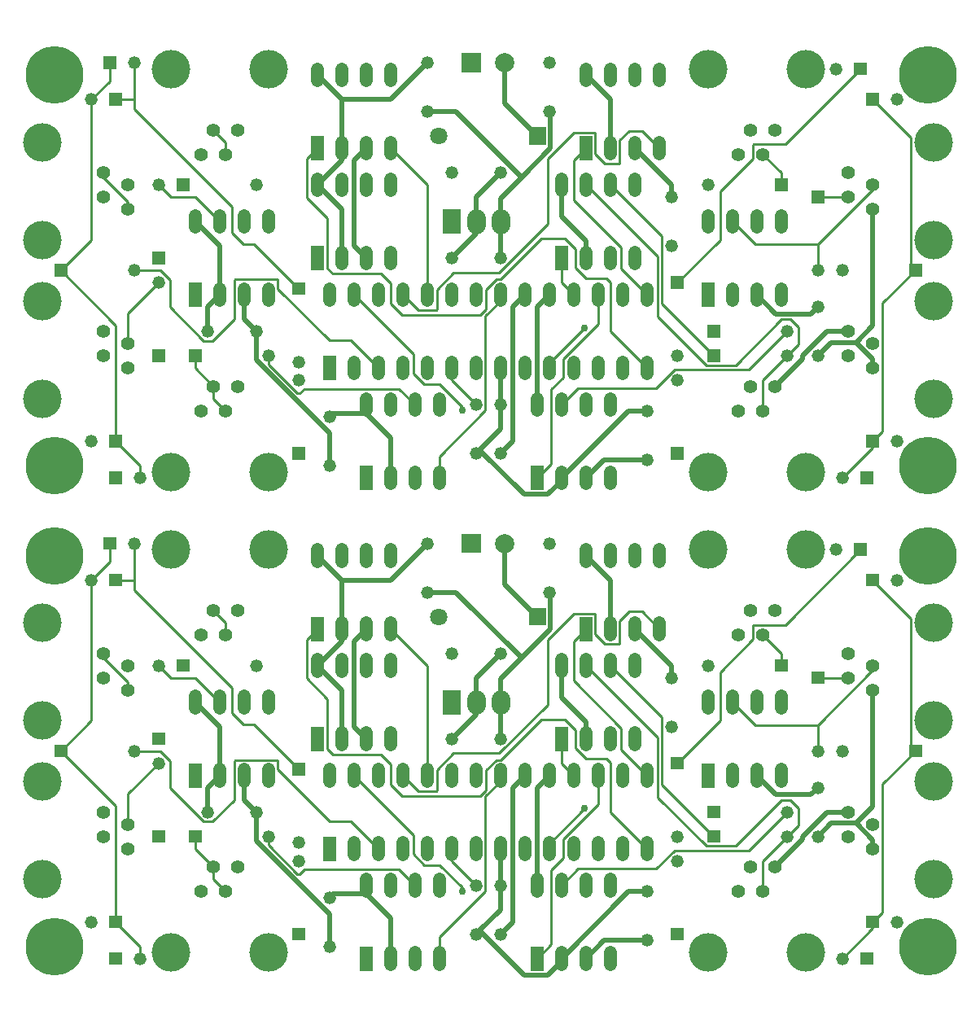
<source format=gtl>
%FSLAX24Y24*%
%MOIN*%
%ADD10C,0.0090*%
%ADD11C,0.0200*%
%ADD12C,0.0300*%
%ADD13C,0.0520*%
%ADD14C,0.0551*%
%ADD15C,0.0709*%
%ADD16C,0.0750*%
%ADD17C,0.0787*%
%ADD18C,0.1575*%
%ADD19C,0.2362*%
D10*
G01X21500Y1500D02*
X22078Y2078D01*
X22078Y5135D01*
X22561Y5618D01*
X22561Y6372D01*
X24000Y7811D01*
X24000Y9000D01*
X5000Y17000D02*
X5000Y18500D01*
X11750Y9250D02*
X9920Y11080D01*
X9460Y11080D01*
X9000Y11539D01*
X9000Y12591D01*
X5000Y16591D01*
X5000Y17000D01*
X4250Y17000D01*
X28750Y6500D02*
X26614Y8636D01*
X26614Y11386D01*
X24500Y13500D01*
X23500Y15000D02*
X23000Y14500D01*
X23000Y12874D01*
X24939Y10935D01*
X24939Y10061D01*
X26000Y9000D01*
X26500Y15000D02*
X25794Y15706D01*
X25272Y15706D01*
X24886Y15320D01*
X24886Y14400D01*
X24860Y14374D01*
X24286Y14374D01*
X23886Y14774D01*
X23886Y15600D01*
X23860Y15626D01*
X23001Y15626D01*
X21944Y14569D01*
X21944Y11895D01*
X19952Y9904D01*
X18086Y9904D01*
X17398Y9215D01*
X17398Y8391D01*
X17372Y8366D01*
X16634Y8366D01*
X16000Y9000D01*
X35250Y3000D02*
X35652Y3402D01*
X35652Y8652D01*
X37000Y10000D01*
X34000Y1500D02*
X35250Y2750D01*
X35250Y3000D01*
X35250Y17000D02*
X36815Y15435D01*
X36815Y10185D01*
X37000Y10000D01*
X23447Y7648D02*
X22000Y6201D01*
X22000Y6000D01*
X4750Y12500D02*
X4750Y12816D01*
X3750Y13816D01*
X3750Y14000D01*
X8250Y5250D02*
X7500Y6000D01*
X7500Y6500D01*
X8250Y5250D02*
X8250Y4750D01*
X8750Y4250D01*
X5000Y10000D02*
X6064Y10000D01*
X6462Y9602D01*
X6462Y8492D01*
X7840Y7114D01*
X8214Y7114D01*
X9102Y8002D01*
X9102Y9600D01*
X9128Y9626D01*
X10860Y9626D01*
X10886Y9600D01*
X10886Y9246D01*
X13000Y7131D01*
X13869Y7131D01*
X15000Y6000D01*
X6000Y9500D02*
X4750Y8250D01*
X4750Y7000D01*
X6000Y13500D02*
X6507Y12993D01*
X7507Y12993D01*
X8500Y12000D01*
X34750Y18250D02*
X31664Y15164D01*
X30374Y15164D01*
X30348Y15139D01*
X30348Y14580D01*
X29000Y13231D01*
X29000Y11250D01*
X27250Y9500D01*
X19000Y4500D02*
X18000Y5500D01*
X18000Y6000D01*
X33000Y11066D02*
X35250Y13316D01*
X35250Y13500D01*
X33000Y10000D02*
X33000Y11066D01*
X30434Y11066D01*
X29500Y12000D01*
X20000Y9000D02*
X20000Y8750D01*
X19387Y8137D01*
X19387Y4260D01*
X17500Y2374D01*
X17500Y1500D01*
X17000Y9000D02*
X17000Y13500D01*
X15500Y15000D01*
X22500Y4500D02*
X23172Y5172D01*
X26376Y5172D01*
X27134Y5930D01*
X30180Y5930D01*
X31750Y7500D01*
X31750Y6500D02*
X32203Y6953D01*
X32203Y7667D01*
X31879Y7992D01*
X31505Y7992D01*
X29624Y6111D01*
X28424Y6111D01*
X26443Y8092D01*
X26443Y10557D01*
X23500Y13500D01*
X31750Y6500D02*
X30750Y5500D01*
X30750Y4250D01*
X30750Y14750D02*
X31500Y14000D01*
X31500Y13500D01*
X22500Y10500D02*
X22500Y9500D01*
X23000Y9000D01*
X8750Y14750D02*
X8750Y15250D01*
X8250Y15750D01*
X4250Y3000D02*
X5250Y2000D01*
X5250Y1500D01*
X2000Y10000D02*
X4250Y7750D01*
X4250Y3000D01*
X3250Y17000D02*
X4000Y17750D01*
X4000Y18500D01*
X2000Y10000D02*
X3250Y11250D01*
X3250Y17000D01*
X16500Y4500D02*
X15851Y5149D01*
X11958Y5149D01*
X11775Y4966D01*
X11673Y4966D01*
X10500Y6139D01*
X10500Y6500D01*
X26000Y6000D02*
X24500Y7500D01*
X24500Y9514D01*
X24343Y9672D01*
X23521Y9672D01*
X23085Y10107D01*
X23085Y10856D01*
X22650Y11291D01*
X21680Y11291D01*
X20019Y9630D01*
X19835Y9630D01*
X19408Y9204D01*
X19408Y8400D01*
X19171Y8162D01*
X15959Y8162D01*
X15500Y8621D01*
X15500Y9462D01*
X15108Y9854D01*
X13140Y9854D01*
X12920Y10074D01*
X12920Y12128D01*
X12063Y12985D01*
X12063Y14563D01*
X12500Y15000D01*
X33000Y13000D02*
X34250Y13000D01*
X14000Y9000D02*
X16439Y6561D01*
X16439Y5775D01*
X16879Y5335D01*
X17505Y5335D01*
X18424Y4417D01*
X18424Y4263D01*
X21500Y21185D02*
X22078Y21763D01*
X22078Y24820D01*
X22561Y25303D01*
X22561Y26057D01*
X24000Y27496D01*
X24000Y28685D01*
X5000Y36685D02*
X5000Y38185D01*
X11750Y28935D02*
X9920Y30765D01*
X9460Y30765D01*
X9000Y31224D01*
X9000Y32276D01*
X5000Y36276D01*
X5000Y36685D01*
X4250Y36685D01*
X28750Y26185D02*
X26614Y28321D01*
X26614Y31071D01*
X24500Y33185D01*
X23500Y34685D02*
X23000Y34185D01*
X23000Y32559D01*
X24939Y30620D01*
X24939Y29746D01*
X26000Y28685D01*
X26500Y34685D02*
X25794Y35391D01*
X25272Y35391D01*
X24886Y35005D01*
X24886Y34085D01*
X24860Y34059D01*
X24286Y34059D01*
X23886Y34459D01*
X23886Y35285D01*
X23860Y35311D01*
X23001Y35311D01*
X21944Y34254D01*
X21944Y31580D01*
X19952Y29589D01*
X18086Y29589D01*
X17398Y28900D01*
X17398Y28076D01*
X17372Y28051D01*
X16634Y28051D01*
X16000Y28685D01*
X35250Y22685D02*
X35652Y23087D01*
X35652Y28337D01*
X37000Y29685D01*
X34000Y21185D02*
X35250Y22435D01*
X35250Y22685D01*
X35250Y36685D02*
X36815Y35120D01*
X36815Y29870D01*
X37000Y29685D01*
X23447Y27333D02*
X22000Y25886D01*
X22000Y25685D01*
X4750Y32185D02*
X4750Y32501D01*
X3750Y33501D01*
X3750Y33685D01*
X8250Y24935D02*
X7500Y25685D01*
X7500Y26185D01*
X8250Y24935D02*
X8250Y24435D01*
X8750Y23935D01*
X5000Y29685D02*
X6064Y29685D01*
X6462Y29287D01*
X6462Y28177D01*
X7840Y26799D01*
X8214Y26799D01*
X9102Y27687D01*
X9102Y29285D01*
X9128Y29311D01*
X10860Y29311D01*
X10886Y29285D01*
X10886Y28931D01*
X13000Y26817D01*
X13869Y26817D01*
X15000Y25685D01*
X6000Y29185D02*
X4750Y27935D01*
X4750Y26685D01*
X6000Y33185D02*
X6507Y32678D01*
X7507Y32678D01*
X8500Y31685D01*
X34750Y37935D02*
X31664Y34849D01*
X30374Y34849D01*
X30348Y34824D01*
X30348Y34265D01*
X29000Y32917D01*
X29000Y30935D01*
X27250Y29185D01*
X19000Y24185D02*
X18000Y25185D01*
X18000Y25685D01*
X33000Y30751D02*
X35250Y33001D01*
X35250Y33185D01*
X33000Y29685D02*
X33000Y30751D01*
X30434Y30751D01*
X29500Y31685D01*
X20000Y28685D02*
X20000Y28435D01*
X19387Y27822D01*
X19387Y23945D01*
X17500Y22059D01*
X17500Y21185D01*
X17000Y28685D02*
X17000Y33185D01*
X15500Y34685D01*
X22500Y24185D02*
X23172Y24857D01*
X26376Y24857D01*
X27134Y25615D01*
X30180Y25615D01*
X31750Y27185D01*
X31750Y26185D02*
X32203Y26638D01*
X32203Y27352D01*
X31879Y27677D01*
X31505Y27677D01*
X29624Y25796D01*
X28424Y25796D01*
X26443Y27777D01*
X26443Y30242D01*
X23500Y33185D01*
X31750Y26185D02*
X30750Y25185D01*
X30750Y23935D01*
X30750Y34435D02*
X31500Y33685D01*
X31500Y33185D01*
X22500Y30185D02*
X22500Y29185D01*
X23000Y28685D01*
X8750Y34435D02*
X8750Y34935D01*
X8250Y35435D01*
X4250Y22685D02*
X5250Y21685D01*
X5250Y21185D01*
X2000Y29685D02*
X4250Y27435D01*
X4250Y22685D01*
X3250Y36685D02*
X4000Y37435D01*
X4000Y38185D01*
X2000Y29685D02*
X3250Y30935D01*
X3250Y36685D01*
X16500Y24185D02*
X15851Y24834D01*
X11958Y24834D01*
X11775Y24651D01*
X11673Y24651D01*
X10500Y25824D01*
X10500Y26185D01*
X26000Y25685D02*
X24500Y27185D01*
X24500Y29199D01*
X24343Y29357D01*
X23521Y29357D01*
X23085Y29793D01*
X23085Y30541D01*
X22650Y30976D01*
X21680Y30976D01*
X20019Y29315D01*
X19835Y29315D01*
X19408Y28889D01*
X19408Y28085D01*
X19171Y27847D01*
X15959Y27847D01*
X15500Y28306D01*
X15500Y29147D01*
X15108Y29539D01*
X13140Y29539D01*
X12920Y29759D01*
X12920Y31813D01*
X12063Y32670D01*
X12063Y34248D01*
X12500Y34685D01*
X33000Y32685D02*
X34250Y32685D01*
X14000Y28685D02*
X16439Y26246D01*
X16439Y25460D01*
X16879Y25020D01*
X17505Y25020D01*
X18424Y24102D01*
X18424Y23948D01*
D11*
G01X20189Y18500D02*
X20189Y16824D01*
X21512Y15500D01*
X34250Y7500D02*
X33372Y7500D01*
X32375Y6503D01*
X32375Y6375D01*
X31250Y5250D01*
X19144Y2644D02*
X20969Y819D01*
X21941Y819D01*
X22500Y1378D01*
X22500Y1500D01*
X19144Y2644D02*
X20000Y3500D01*
X20000Y4500D01*
X19000Y2500D02*
X19144Y2644D01*
X23500Y10500D02*
X23500Y11199D01*
X22500Y12199D01*
X22500Y13500D01*
X12500Y13500D02*
X13500Y12500D01*
X13500Y10500D01*
X13500Y15000D02*
X13500Y14500D01*
X12500Y13500D01*
X33000Y6500D02*
X33543Y7043D01*
X34561Y7043D01*
X24500Y15000D02*
X24500Y17000D01*
X23500Y18000D01*
X19000Y12000D02*
X19000Y11500D01*
X18000Y10500D01*
X20000Y14000D02*
X19000Y13000D01*
X19000Y12000D01*
X34561Y7043D02*
X35250Y6354D01*
X35250Y6000D01*
X35250Y12500D02*
X35250Y7733D01*
X34561Y7043D01*
X13500Y17000D02*
X13500Y15000D01*
X12500Y18000D02*
X13500Y17000D01*
X17000Y18500D02*
X15500Y17000D01*
X13500Y17000D01*
X14500Y4150D02*
X13150Y4150D01*
X13000Y4000D01*
X15500Y1500D02*
X15500Y3150D01*
X14500Y4150D01*
X14500Y4500D01*
X22500Y1500D02*
X25250Y4250D01*
X26000Y4250D01*
X21500Y4500D02*
X21500Y8500D01*
X22000Y9000D01*
X8500Y9000D02*
X8000Y8500D01*
X8000Y7500D01*
X7500Y12000D02*
X8500Y11000D01*
X8500Y9000D01*
X20000Y6000D02*
X20000Y4500D01*
X20866Y13810D02*
X22048Y14993D01*
X22048Y16452D01*
X22000Y16500D01*
X20000Y12000D02*
X20000Y12944D01*
X20866Y13810D01*
X18176Y16500D01*
X17000Y16500D01*
X20000Y10500D02*
X20000Y12000D01*
X21000Y9000D02*
X20500Y8500D01*
X20500Y3000D01*
X20000Y2500D01*
X13000Y2000D02*
X13000Y3319D01*
X10000Y6319D01*
X10000Y7500D01*
X30500Y9000D02*
X31282Y8218D01*
X32718Y8218D01*
X33000Y8500D01*
X23500Y1500D02*
X24250Y2250D01*
X26000Y2250D01*
X25500Y15000D02*
X27000Y13500D01*
X27000Y13000D01*
X9500Y9000D02*
X9500Y8000D01*
X10000Y7500D01*
X14500Y10500D02*
X14000Y11000D01*
X14000Y14500D01*
X14500Y15000D01*
X20189Y38185D02*
X20189Y36509D01*
X21512Y35185D01*
X34250Y27185D02*
X33372Y27185D01*
X32375Y26188D01*
X32375Y26060D01*
X31250Y24935D01*
X19144Y22329D02*
X20969Y20504D01*
X21941Y20504D01*
X22500Y21063D01*
X22500Y21185D01*
X19144Y22329D02*
X20000Y23185D01*
X20000Y24185D01*
X19000Y22185D02*
X19144Y22329D01*
X23500Y30185D02*
X23500Y30884D01*
X22500Y31884D01*
X22500Y33185D01*
X12500Y33185D02*
X13500Y32185D01*
X13500Y30185D01*
X13500Y34685D02*
X13500Y34185D01*
X12500Y33185D01*
X33000Y26185D02*
X33543Y26728D01*
X34561Y26728D01*
X24500Y34685D02*
X24500Y36685D01*
X23500Y37685D01*
X19000Y31685D02*
X19000Y31185D01*
X18000Y30185D01*
X20000Y33685D02*
X19000Y32685D01*
X19000Y31685D01*
X34561Y26728D02*
X35250Y26039D01*
X35250Y25685D01*
X35250Y32185D02*
X35250Y27418D01*
X34561Y26728D01*
X13500Y36685D02*
X13500Y34685D01*
X12500Y37685D02*
X13500Y36685D01*
X17000Y38185D02*
X15500Y36685D01*
X13500Y36685D01*
X14500Y23835D02*
X13150Y23835D01*
X13000Y23685D01*
X15500Y21185D02*
X15500Y22835D01*
X14500Y23835D01*
X14500Y24185D01*
X22500Y21185D02*
X25250Y23935D01*
X26000Y23935D01*
X21500Y24185D02*
X21500Y28185D01*
X22000Y28685D01*
X8500Y28685D02*
X8000Y28185D01*
X8000Y27185D01*
X7500Y31685D02*
X8500Y30685D01*
X8500Y28685D01*
X20000Y25685D02*
X20000Y24185D01*
X20866Y33495D02*
X22048Y34678D01*
X22048Y36137D01*
X22000Y36185D01*
X20000Y31685D02*
X20000Y32630D01*
X20866Y33495D01*
X18176Y36185D01*
X17000Y36185D01*
X20000Y30185D02*
X20000Y31685D01*
X21000Y28685D02*
X20500Y28185D01*
X20500Y22685D01*
X20000Y22185D01*
X13000Y21685D02*
X13000Y23004D01*
X10000Y26004D01*
X10000Y27185D01*
X30500Y28685D02*
X31282Y27903D01*
X32718Y27903D01*
X33000Y28185D01*
X23500Y21185D02*
X24250Y21935D01*
X26000Y21935D01*
X25500Y34685D02*
X27000Y33185D01*
X27000Y32685D01*
X9500Y28685D02*
X9500Y27685D01*
X10000Y27185D01*
X14500Y30185D02*
X14000Y30685D01*
X14000Y34185D01*
X14500Y34685D01*
D12*
G01X23447Y7648D03*
X18424Y4263D03*
X23447Y27333D03*
X18424Y23948D03*
D13*
G01X17000Y18500D03*
X17000Y16500D03*
X8000Y7500D03*
X10000Y7500D03*
X10500Y6500D03*
X33000Y6500D03*
X33000Y8500D03*
X28500Y13500D03*
X22000Y18500D03*
X22000Y16500D03*
X20000Y14000D03*
X18000Y14000D03*
X20000Y4500D03*
X20000Y2500D03*
X13000Y4000D03*
X13000Y2000D03*
X27000Y11000D03*
X27000Y13000D03*
X26000Y4250D03*
X26000Y2250D03*
X25500Y18240D02*
X25500Y17760D01*
X26500Y18240D02*
X26500Y17760D01*
X23500Y18240D02*
X23500Y17760D01*
X24500Y15240D02*
X24500Y14760D01*
X25500Y15240D02*
X25500Y14760D01*
X26500Y15240D02*
X26500Y14760D01*
X24500Y18240D02*
X24500Y17760D01*
X30500Y12240D02*
X30500Y11760D01*
X31500Y12240D02*
X31500Y11760D01*
X28500Y12240D02*
X28500Y11760D01*
X29500Y9240D02*
X29500Y8760D01*
X30500Y9240D02*
X30500Y8760D01*
X31500Y9240D02*
X31500Y8760D01*
X29500Y12240D02*
X29500Y11760D01*
X33000Y10000D03*
X31750Y7500D03*
X31750Y6500D03*
X23500Y4740D02*
X23500Y4260D01*
X24500Y4740D02*
X24500Y4260D01*
X21500Y4740D02*
X21500Y4260D01*
X22500Y1740D02*
X22500Y1260D01*
X23500Y1740D02*
X23500Y1260D01*
X24500Y1740D02*
X24500Y1260D01*
X22500Y4740D02*
X22500Y4260D01*
X24500Y13740D02*
X24500Y13260D01*
X25500Y13740D02*
X25500Y13260D01*
X22500Y13740D02*
X22500Y13260D01*
X23500Y10740D02*
X23500Y10260D01*
X24500Y10740D02*
X24500Y10260D01*
X25500Y10740D02*
X25500Y10260D01*
X23500Y13740D02*
X23500Y13260D01*
X10000Y13500D03*
X6000Y13500D03*
X6000Y9500D03*
X9500Y12240D02*
X9500Y11760D01*
X10500Y12240D02*
X10500Y11760D01*
X7500Y12240D02*
X7500Y11760D01*
X8500Y9240D02*
X8500Y8760D01*
X9500Y9240D02*
X9500Y8760D01*
X10500Y9240D02*
X10500Y8760D01*
X8500Y12240D02*
X8500Y11760D01*
X14500Y18240D02*
X14500Y17760D01*
X15500Y18240D02*
X15500Y17760D01*
X12500Y18240D02*
X12500Y17760D01*
X13500Y15240D02*
X13500Y14760D01*
X14500Y15240D02*
X14500Y14760D01*
X15500Y15240D02*
X15500Y14760D01*
X13500Y18240D02*
X13500Y17760D01*
X14500Y13740D02*
X14500Y13260D01*
X15500Y13740D02*
X15500Y13260D01*
X12500Y13740D02*
X12500Y13260D01*
X13500Y10740D02*
X13500Y10260D01*
X14500Y10740D02*
X14500Y10260D01*
X15500Y10740D02*
X15500Y10260D01*
X13500Y13740D02*
X13500Y13260D01*
X16500Y4740D02*
X16500Y4260D01*
X17500Y4740D02*
X17500Y4260D01*
X14500Y4740D02*
X14500Y4260D01*
X15500Y1740D02*
X15500Y1260D01*
X16500Y1740D02*
X16500Y1260D01*
X17500Y1740D02*
X17500Y1260D01*
X15500Y4740D02*
X15500Y4260D01*
X18000Y10500D03*
X20000Y10500D03*
X19000Y9240D02*
X19000Y8760D01*
X22000Y9240D02*
X22000Y8760D01*
X16000Y9240D02*
X16000Y8760D01*
X24000Y9240D02*
X24000Y8760D01*
X13000Y9240D02*
X13000Y8760D01*
X20000Y6240D02*
X20000Y5760D01*
X23000Y9240D02*
X23000Y8760D01*
X26000Y6240D02*
X26000Y5760D01*
X24000Y6240D02*
X24000Y5760D01*
X14000Y6240D02*
X14000Y5760D01*
X23000Y6240D02*
X23000Y5760D01*
X21000Y6240D02*
X21000Y5760D01*
X18000Y9240D02*
X18000Y8760D01*
X17000Y6240D02*
X17000Y5760D01*
X17000Y9240D02*
X17000Y8760D01*
X25000Y9240D02*
X25000Y8760D01*
X25000Y6240D02*
X25000Y5760D01*
X22000Y6240D02*
X22000Y5760D01*
X16000Y6240D02*
X16000Y5760D01*
X20000Y9240D02*
X20000Y8760D01*
X26000Y9240D02*
X26000Y8760D01*
X15000Y9240D02*
X15000Y8760D01*
X15000Y6240D02*
X15000Y5760D01*
X14000Y9240D02*
X14000Y8760D01*
X19000Y6240D02*
X19000Y5760D01*
X21000Y9240D02*
X21000Y8760D01*
X18000Y6240D02*
X18000Y5760D01*
X19000Y4500D03*
X19000Y2500D03*
X5000Y18500D03*
X3250Y17000D03*
X3250Y3000D03*
X5250Y1500D03*
X11750Y5500D03*
X5000Y10000D03*
X11750Y6250D03*
X33750Y18250D03*
X36250Y17000D03*
X36250Y3000D03*
X34000Y1500D03*
X34000Y10000D03*
X27250Y5500D03*
X27250Y6500D03*
X17000Y38185D03*
X17000Y36185D03*
X8000Y27185D03*
X10000Y27185D03*
X10500Y26185D03*
X33000Y26185D03*
X33000Y28185D03*
X28500Y33185D03*
X22000Y38185D03*
X22000Y36185D03*
X20000Y33685D03*
X18000Y33685D03*
X20000Y24185D03*
X20000Y22185D03*
X13000Y23685D03*
X13000Y21685D03*
X27000Y30685D03*
X27000Y32685D03*
X26000Y23935D03*
X26000Y21935D03*
X25500Y37925D02*
X25500Y37445D01*
X26500Y37925D02*
X26500Y37445D01*
X23500Y37925D02*
X23500Y37445D01*
X24500Y34925D02*
X24500Y34445D01*
X25500Y34925D02*
X25500Y34445D01*
X26500Y34925D02*
X26500Y34445D01*
X24500Y37925D02*
X24500Y37445D01*
X30500Y31925D02*
X30500Y31445D01*
X31500Y31925D02*
X31500Y31445D01*
X28500Y31925D02*
X28500Y31445D01*
X29500Y28925D02*
X29500Y28445D01*
X30500Y28925D02*
X30500Y28445D01*
X31500Y28925D02*
X31500Y28445D01*
X29500Y31925D02*
X29500Y31445D01*
X33000Y29685D03*
X31750Y27185D03*
X31750Y26185D03*
X23500Y24425D02*
X23500Y23945D01*
X24500Y24425D02*
X24500Y23945D01*
X21500Y24425D02*
X21500Y23945D01*
X22500Y21425D02*
X22500Y20945D01*
X23500Y21425D02*
X23500Y20945D01*
X24500Y21425D02*
X24500Y20945D01*
X22500Y24425D02*
X22500Y23945D01*
X24500Y33425D02*
X24500Y32945D01*
X25500Y33425D02*
X25500Y32945D01*
X22500Y33425D02*
X22500Y32945D01*
X23500Y30425D02*
X23500Y29945D01*
X24500Y30425D02*
X24500Y29945D01*
X25500Y30425D02*
X25500Y29945D01*
X23500Y33425D02*
X23500Y32945D01*
X10000Y33185D03*
X6000Y33185D03*
X6000Y29185D03*
X9500Y31925D02*
X9500Y31445D01*
X10500Y31925D02*
X10500Y31445D01*
X7500Y31925D02*
X7500Y31445D01*
X8500Y28925D02*
X8500Y28445D01*
X9500Y28925D02*
X9500Y28445D01*
X10500Y28925D02*
X10500Y28445D01*
X8500Y31925D02*
X8500Y31445D01*
X14500Y37925D02*
X14500Y37445D01*
X15500Y37925D02*
X15500Y37445D01*
X12500Y37925D02*
X12500Y37445D01*
X13500Y34925D02*
X13500Y34445D01*
X14500Y34925D02*
X14500Y34445D01*
X15500Y34925D02*
X15500Y34445D01*
X13500Y37925D02*
X13500Y37445D01*
X14500Y33425D02*
X14500Y32945D01*
X15500Y33425D02*
X15500Y32945D01*
X12500Y33425D02*
X12500Y32945D01*
X13500Y30425D02*
X13500Y29945D01*
X14500Y30425D02*
X14500Y29945D01*
X15500Y30425D02*
X15500Y29945D01*
X13500Y33425D02*
X13500Y32945D01*
X16500Y24425D02*
X16500Y23945D01*
X17500Y24425D02*
X17500Y23945D01*
X14500Y24425D02*
X14500Y23945D01*
X15500Y21425D02*
X15500Y20945D01*
X16500Y21425D02*
X16500Y20945D01*
X17500Y21425D02*
X17500Y20945D01*
X15500Y24425D02*
X15500Y23945D01*
X18000Y30185D03*
X20000Y30185D03*
X19000Y28925D02*
X19000Y28445D01*
X22000Y28925D02*
X22000Y28445D01*
X16000Y28925D02*
X16000Y28445D01*
X24000Y28925D02*
X24000Y28445D01*
X13000Y28925D02*
X13000Y28445D01*
X20000Y25925D02*
X20000Y25445D01*
X23000Y28925D02*
X23000Y28445D01*
X26000Y25925D02*
X26000Y25445D01*
X24000Y25925D02*
X24000Y25445D01*
X14000Y25925D02*
X14000Y25445D01*
X23000Y25925D02*
X23000Y25445D01*
X21000Y25925D02*
X21000Y25445D01*
X18000Y28925D02*
X18000Y28445D01*
X17000Y25925D02*
X17000Y25445D01*
X17000Y28925D02*
X17000Y28445D01*
X25000Y28925D02*
X25000Y28445D01*
X25000Y25925D02*
X25000Y25445D01*
X22000Y25925D02*
X22000Y25445D01*
X16000Y25925D02*
X16000Y25445D01*
X20000Y28925D02*
X20000Y28445D01*
X26000Y28925D02*
X26000Y28445D01*
X15000Y28925D02*
X15000Y28445D01*
X15000Y25925D02*
X15000Y25445D01*
X14000Y28925D02*
X14000Y28445D01*
X19000Y25925D02*
X19000Y25445D01*
X21000Y28925D02*
X21000Y28445D01*
X18000Y25925D02*
X18000Y25445D01*
X19000Y24185D03*
X19000Y22185D03*
X5000Y38185D03*
X3250Y36685D03*
X3250Y22685D03*
X5250Y21185D03*
X11750Y25185D03*
X5000Y29685D03*
X11750Y25935D03*
X33750Y37935D03*
X36250Y36685D03*
X36250Y22685D03*
X34000Y21185D03*
X34000Y29685D03*
X27250Y25185D03*
X27250Y26185D03*
D14*
G01X8250Y5250D03*
X7750Y4250D03*
X9250Y5250D03*
X8750Y4250D03*
X30750Y14750D03*
X31250Y15750D03*
X29750Y14750D03*
X30250Y15750D03*
X34250Y13000D03*
X35250Y12500D03*
X34250Y14000D03*
X35250Y13500D03*
X34250Y6500D03*
X35250Y6000D03*
X34250Y7500D03*
X35250Y7000D03*
X30250Y5250D03*
X29750Y4250D03*
X31250Y5250D03*
X30750Y4250D03*
X4750Y7000D03*
X3750Y7500D03*
X4750Y6000D03*
X3750Y6500D03*
X4750Y13500D03*
X3750Y14000D03*
X4750Y12500D03*
X3750Y13000D03*
X8750Y14750D03*
X9250Y15750D03*
X7750Y14750D03*
X8250Y15750D03*
X8250Y24935D03*
X7750Y23935D03*
X9250Y24935D03*
X8750Y23935D03*
X30750Y34435D03*
X31250Y35435D03*
X29750Y34435D03*
X30250Y35435D03*
X34250Y32685D03*
X35250Y32185D03*
X34250Y33685D03*
X35250Y33185D03*
X34250Y26185D03*
X35250Y25685D03*
X34250Y27185D03*
X35250Y26685D03*
X30250Y24935D03*
X29750Y23935D03*
X31250Y24935D03*
X30750Y23935D03*
X4750Y26685D03*
X3750Y27185D03*
X4750Y25685D03*
X3750Y26185D03*
X4750Y33185D03*
X3750Y33685D03*
X4750Y32185D03*
X3750Y32685D03*
X8750Y34435D03*
X9250Y35435D03*
X7750Y34435D03*
X8250Y35435D03*
D15*
G01X17487Y15500D03*
X17487Y35185D03*
D16*
G01X20000Y12125D02*
X20000Y11875D01*
X19000Y12125D02*
X19000Y11875D01*
X20000Y31810D02*
X20000Y31560D01*
X19000Y31810D02*
X19000Y31560D01*
D17*
G01X20189Y18500D03*
X20189Y38185D03*
D18*
G01X10500Y1750D03*
X6500Y1750D03*
X28500Y18250D03*
X32500Y18250D03*
X37750Y15250D03*
X37750Y11250D03*
X37750Y8750D03*
X37750Y4750D03*
X32500Y1750D03*
X28500Y1750D03*
X1250Y4750D03*
X1250Y8750D03*
X1250Y11250D03*
X1250Y15250D03*
X6500Y18250D03*
X10500Y18250D03*
X10500Y21435D03*
X6500Y21435D03*
X28500Y37935D03*
X32500Y37935D03*
X37750Y34935D03*
X37750Y30935D03*
X37750Y28435D03*
X37750Y24435D03*
X32500Y21435D03*
X28500Y21435D03*
X1250Y24435D03*
X1250Y28435D03*
X1250Y30935D03*
X1250Y34935D03*
X6500Y37935D03*
X10500Y37935D03*
D19*
G01X1750Y18000D03*
X37500Y18000D03*
X1750Y2000D03*
X37500Y2000D03*
X1750Y37685D03*
X37500Y37685D03*
X1750Y21685D03*
X37500Y21685D03*
G36*
X21157Y15145D02*
X21866Y15145D01*
X21866Y15854D01*
X21157Y15854D01*
X21157Y15145D01*
G37*
G36*
X7760Y6760D02*
X7240Y6760D01*
X7240Y6240D01*
X7760Y6240D01*
X7760Y6760D01*
G37*
G36*
X19204Y18893D02*
X18417Y18893D01*
X18417Y18106D01*
X19204Y18106D01*
X19204Y18893D01*
G37*
G36*
X31240Y13240D02*
X31760Y13240D01*
X31760Y13760D01*
X31240Y13760D01*
X31240Y13240D01*
G37*
G36*
X18375Y12500D02*
X17625Y12500D01*
X17625Y11500D01*
X18375Y11500D01*
X18375Y12500D01*
G37*
G36*
X23760Y15500D02*
X23240Y15500D01*
X23240Y14500D01*
X23760Y14500D01*
X23760Y15500D01*
G37*
G36*
X28760Y9500D02*
X28240Y9500D01*
X28240Y8500D01*
X28760Y8500D01*
X28760Y9500D01*
G37*
G36*
X33260Y12740D02*
X33260Y13260D01*
X32740Y13260D01*
X32740Y12740D01*
X33260Y12740D01*
G37*
G36*
X29010Y7760D02*
X28490Y7760D01*
X28490Y7240D01*
X29010Y7240D01*
X29010Y7760D01*
G37*
G36*
X29010Y6760D02*
X28490Y6760D01*
X28490Y6240D01*
X29010Y6240D01*
X29010Y6760D01*
G37*
G36*
X21760Y2000D02*
X21240Y2000D01*
X21240Y1000D01*
X21760Y1000D01*
X21760Y2000D01*
G37*
G36*
X22760Y11000D02*
X22240Y11000D01*
X22240Y10000D01*
X22760Y10000D01*
X22760Y11000D01*
G37*
G36*
X7260Y13760D02*
X6740Y13760D01*
X6740Y13240D01*
X7260Y13240D01*
X7260Y13760D01*
G37*
G36*
X5740Y10760D02*
X5740Y10240D01*
X6260Y10240D01*
X6260Y10760D01*
X5740Y10760D01*
G37*
G36*
X5740Y6760D02*
X5740Y6240D01*
X6260Y6240D01*
X6260Y6760D01*
X5740Y6760D01*
G37*
G36*
X7760Y9500D02*
X7240Y9500D01*
X7240Y8500D01*
X7760Y8500D01*
X7760Y9500D01*
G37*
G36*
X12760Y15500D02*
X12240Y15500D01*
X12240Y14500D01*
X12760Y14500D01*
X12760Y15500D01*
G37*
G36*
X12760Y11000D02*
X12240Y11000D01*
X12240Y10000D01*
X12760Y10000D01*
X12760Y11000D01*
G37*
G36*
X14760Y2000D02*
X14240Y2000D01*
X14240Y1000D01*
X14760Y1000D01*
X14760Y2000D01*
G37*
G36*
X13260Y6500D02*
X12740Y6500D01*
X12740Y5500D01*
X13260Y5500D01*
X13260Y6500D01*
G37*
G36*
X4260Y18760D02*
X3740Y18760D01*
X3740Y18240D01*
X4260Y18240D01*
X4260Y18760D01*
G37*
G36*
X3990Y16740D02*
X4510Y16740D01*
X4510Y17260D01*
X3990Y17260D01*
X3990Y16740D01*
G37*
G36*
X3990Y2740D02*
X4510Y2740D01*
X4510Y3260D01*
X3990Y3260D01*
X3990Y2740D01*
G37*
G36*
X4510Y1760D02*
X3990Y1760D01*
X3990Y1240D01*
X4510Y1240D01*
X4510Y1760D01*
G37*
G36*
X11490Y2760D02*
X11490Y2240D01*
X12010Y2240D01*
X12010Y2760D01*
X11490Y2760D01*
G37*
G36*
X2260Y10260D02*
X1740Y10260D01*
X1740Y9740D01*
X2260Y9740D01*
X2260Y10260D01*
G37*
G36*
X12010Y8990D02*
X12010Y9510D01*
X11490Y9510D01*
X11490Y8990D01*
X12010Y8990D01*
G37*
G36*
X34490Y17990D02*
X35010Y17990D01*
X35010Y18510D01*
X34490Y18510D01*
X34490Y17990D01*
G37*
G36*
X35510Y17260D02*
X34990Y17260D01*
X34990Y16740D01*
X35510Y16740D01*
X35510Y17260D01*
G37*
G36*
X35510Y3260D02*
X34990Y3260D01*
X34990Y2740D01*
X35510Y2740D01*
X35510Y3260D01*
G37*
G36*
X34740Y1240D02*
X35260Y1240D01*
X35260Y1760D01*
X34740Y1760D01*
X34740Y1240D01*
G37*
G36*
X36740Y9740D02*
X37260Y9740D01*
X37260Y10260D01*
X36740Y10260D01*
X36740Y9740D01*
G37*
G36*
X26990Y2760D02*
X26990Y2240D01*
X27510Y2240D01*
X27510Y2760D01*
X26990Y2760D01*
G37*
G36*
X27510Y9240D02*
X27510Y9760D01*
X26990Y9760D01*
X26990Y9240D01*
X27510Y9240D01*
G37*
G36*
X21157Y34830D02*
X21866Y34830D01*
X21866Y35539D01*
X21157Y35539D01*
X21157Y34830D01*
G37*
G36*
X7760Y26445D02*
X7240Y26445D01*
X7240Y25925D01*
X7760Y25925D01*
X7760Y26445D01*
G37*
G36*
X19204Y38578D02*
X18417Y38578D01*
X18417Y37791D01*
X19204Y37791D01*
X19204Y38578D01*
G37*
G36*
X31240Y32925D02*
X31760Y32925D01*
X31760Y33445D01*
X31240Y33445D01*
X31240Y32925D01*
G37*
G36*
X18375Y32185D02*
X17625Y32185D01*
X17625Y31185D01*
X18375Y31185D01*
X18375Y32185D01*
G37*
G36*
X23760Y35185D02*
X23240Y35185D01*
X23240Y34185D01*
X23760Y34185D01*
X23760Y35185D01*
G37*
G36*
X28760Y29185D02*
X28240Y29185D01*
X28240Y28185D01*
X28760Y28185D01*
X28760Y29185D01*
G37*
G36*
X33260Y32425D02*
X33260Y32945D01*
X32740Y32945D01*
X32740Y32425D01*
X33260Y32425D01*
G37*
G36*
X29010Y27445D02*
X28490Y27445D01*
X28490Y26925D01*
X29010Y26925D01*
X29010Y27445D01*
G37*
G36*
X29010Y26445D02*
X28490Y26445D01*
X28490Y25925D01*
X29010Y25925D01*
X29010Y26445D01*
G37*
G36*
X21760Y21685D02*
X21240Y21685D01*
X21240Y20685D01*
X21760Y20685D01*
X21760Y21685D01*
G37*
G36*
X22760Y30685D02*
X22240Y30685D01*
X22240Y29685D01*
X22760Y29685D01*
X22760Y30685D01*
G37*
G36*
X7260Y33445D02*
X6740Y33445D01*
X6740Y32925D01*
X7260Y32925D01*
X7260Y33445D01*
G37*
G36*
X5740Y30445D02*
X5740Y29925D01*
X6260Y29925D01*
X6260Y30445D01*
X5740Y30445D01*
G37*
G36*
X5740Y26445D02*
X5740Y25925D01*
X6260Y25925D01*
X6260Y26445D01*
X5740Y26445D01*
G37*
G36*
X7760Y29185D02*
X7240Y29185D01*
X7240Y28185D01*
X7760Y28185D01*
X7760Y29185D01*
G37*
G36*
X12760Y35185D02*
X12240Y35185D01*
X12240Y34185D01*
X12760Y34185D01*
X12760Y35185D01*
G37*
G36*
X12760Y30685D02*
X12240Y30685D01*
X12240Y29685D01*
X12760Y29685D01*
X12760Y30685D01*
G37*
G36*
X14760Y21685D02*
X14240Y21685D01*
X14240Y20685D01*
X14760Y20685D01*
X14760Y21685D01*
G37*
G36*
X13260Y26185D02*
X12740Y26185D01*
X12740Y25185D01*
X13260Y25185D01*
X13260Y26185D01*
G37*
G36*
X4260Y38445D02*
X3740Y38445D01*
X3740Y37925D01*
X4260Y37925D01*
X4260Y38445D01*
G37*
G36*
X3990Y36425D02*
X4510Y36425D01*
X4510Y36945D01*
X3990Y36945D01*
X3990Y36425D01*
G37*
G36*
X3990Y22425D02*
X4510Y22425D01*
X4510Y22945D01*
X3990Y22945D01*
X3990Y22425D01*
G37*
G36*
X4510Y21445D02*
X3990Y21445D01*
X3990Y20925D01*
X4510Y20925D01*
X4510Y21445D01*
G37*
G36*
X11490Y22445D02*
X11490Y21925D01*
X12010Y21925D01*
X12010Y22445D01*
X11490Y22445D01*
G37*
G36*
X2260Y29945D02*
X1740Y29945D01*
X1740Y29425D01*
X2260Y29425D01*
X2260Y29945D01*
G37*
G36*
X12010Y28675D02*
X12010Y29195D01*
X11490Y29195D01*
X11490Y28675D01*
X12010Y28675D01*
G37*
G36*
X34490Y37675D02*
X35010Y37675D01*
X35010Y38195D01*
X34490Y38195D01*
X34490Y37675D01*
G37*
G36*
X35510Y36945D02*
X34990Y36945D01*
X34990Y36425D01*
X35510Y36425D01*
X35510Y36945D01*
G37*
G36*
X35510Y22945D02*
X34990Y22945D01*
X34990Y22425D01*
X35510Y22425D01*
X35510Y22945D01*
G37*
G36*
X34740Y20925D02*
X35260Y20925D01*
X35260Y21445D01*
X34740Y21445D01*
X34740Y20925D01*
G37*
G36*
X36740Y29425D02*
X37260Y29425D01*
X37260Y29945D01*
X36740Y29945D01*
X36740Y29425D01*
G37*
G36*
X26990Y22445D02*
X26990Y21925D01*
X27510Y21925D01*
X27510Y22445D01*
X26990Y22445D01*
G37*
G36*
X27510Y28925D02*
X27510Y29445D01*
X26990Y29445D01*
X26990Y28925D01*
X27510Y28925D01*
G37*
M02*

</source>
